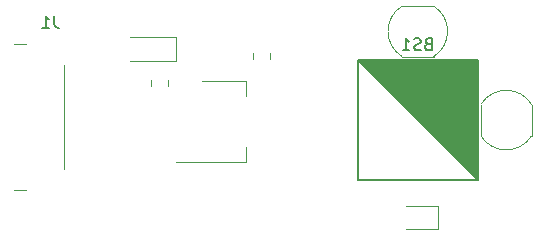
<source format=gbr>
G04 #@! TF.GenerationSoftware,KiCad,Pcbnew,5.0.2-bee76a0~70~ubuntu18.04.1*
G04 #@! TF.CreationDate,2020-06-29T01:54:23-07:00*
G04 #@! TF.ProjectId,qrng,71726e67-2e6b-4696-9361-645f70636258,1*
G04 #@! TF.SameCoordinates,Original*
G04 #@! TF.FileFunction,Legend,Bot*
G04 #@! TF.FilePolarity,Positive*
%FSLAX46Y46*%
G04 Gerber Fmt 4.6, Leading zero omitted, Abs format (unit mm)*
G04 Created by KiCad (PCBNEW 5.0.2-bee76a0~70~ubuntu18.04.1) date Mon 29 Jun 2020 01:54:23 AM MST*
%MOMM*%
%LPD*%
G01*
G04 APERTURE LIST*
%ADD10C,0.120000*%
%ADD11C,0.150000*%
G04 APERTURE END LIST*
D10*
G04 #@! TO.C,J1*
X123600000Y-106145000D02*
X122550000Y-106145000D01*
X123600000Y-93855000D02*
X122550000Y-93855000D01*
X126770000Y-95600000D02*
X126770000Y-104400000D01*
D11*
G04 #@! TO.C,BS1*
G36*
X161830000Y-95170000D02*
X151670000Y-95170000D01*
X161830000Y-105330000D01*
X161830000Y-95170000D01*
G37*
X161830000Y-95170000D02*
X151670000Y-95170000D01*
X161830000Y-105330000D01*
X161830000Y-95170000D01*
X151670000Y-95170000D02*
X161830000Y-105330000D01*
X151670000Y-95170000D02*
X151670000Y-105330000D01*
X161830000Y-95170000D02*
X151670000Y-95170000D01*
X161830000Y-105330000D02*
X161830000Y-95170000D01*
X151670000Y-105330000D02*
X161830000Y-105330000D01*
D10*
G04 #@! TO.C,D1*
X136310000Y-93240000D02*
X132410000Y-93240000D01*
X136310000Y-95240000D02*
X132410000Y-95240000D01*
X136310000Y-93240000D02*
X136310000Y-95240000D01*
G04 #@! TO.C,FB1*
X134190000Y-97388578D02*
X134190000Y-96871422D01*
X135610000Y-97388578D02*
X135610000Y-96871422D01*
G04 #@! TO.C,FB2*
X144220000Y-94588922D02*
X144220000Y-95106078D01*
X142800000Y-94588922D02*
X142800000Y-95106078D01*
G04 #@! TO.C,U1*
X136250000Y-103780000D02*
X142260000Y-103780000D01*
X138500000Y-96960000D02*
X142260000Y-96960000D01*
X142260000Y-103780000D02*
X142260000Y-102520000D01*
X142260000Y-96960000D02*
X142260000Y-98220000D01*
G04 #@! TO.C,R2*
X158128027Y-90617856D02*
G75*
G02X158100000Y-94900000I-1378027J-2132144D01*
G01*
X155424524Y-94884388D02*
G75*
G02X155450000Y-90600000I1325476J2134388D01*
G01*
X155450000Y-94900000D02*
X158100000Y-94900000D01*
X155450000Y-90600000D02*
X158100000Y-90600000D01*
G04 #@! TO.C,R3*
X166400000Y-98950000D02*
X166400000Y-101600000D01*
X162100000Y-98950000D02*
X162100000Y-101600000D01*
X162115612Y-98924524D02*
G75*
G02X166400000Y-98950000I2134388J-1325476D01*
G01*
X166382144Y-101628027D02*
G75*
G02X162100000Y-101600000I-2132144J1378027D01*
G01*
G04 #@! TO.C,D2*
X158435000Y-109460000D02*
X155750000Y-109460000D01*
X158435000Y-107540000D02*
X158435000Y-109460000D01*
X155750000Y-107540000D02*
X158435000Y-107540000D01*
G04 #@! TO.C,J1*
D11*
X125983333Y-91452380D02*
X125983333Y-92166666D01*
X126030952Y-92309523D01*
X126126190Y-92404761D01*
X126269047Y-92452380D01*
X126364285Y-92452380D01*
X124983333Y-92452380D02*
X125554761Y-92452380D01*
X125269047Y-92452380D02*
X125269047Y-91452380D01*
X125364285Y-91595238D01*
X125459523Y-91690476D01*
X125554761Y-91738095D01*
G04 #@! TO.C,BS1*
X157630952Y-93828571D02*
X157488095Y-93876190D01*
X157440476Y-93923809D01*
X157392857Y-94019047D01*
X157392857Y-94161904D01*
X157440476Y-94257142D01*
X157488095Y-94304761D01*
X157583333Y-94352380D01*
X157964285Y-94352380D01*
X157964285Y-93352380D01*
X157630952Y-93352380D01*
X157535714Y-93400000D01*
X157488095Y-93447619D01*
X157440476Y-93542857D01*
X157440476Y-93638095D01*
X157488095Y-93733333D01*
X157535714Y-93780952D01*
X157630952Y-93828571D01*
X157964285Y-93828571D01*
X157011904Y-94304761D02*
X156869047Y-94352380D01*
X156630952Y-94352380D01*
X156535714Y-94304761D01*
X156488095Y-94257142D01*
X156440476Y-94161904D01*
X156440476Y-94066666D01*
X156488095Y-93971428D01*
X156535714Y-93923809D01*
X156630952Y-93876190D01*
X156821428Y-93828571D01*
X156916666Y-93780952D01*
X156964285Y-93733333D01*
X157011904Y-93638095D01*
X157011904Y-93542857D01*
X156964285Y-93447619D01*
X156916666Y-93400000D01*
X156821428Y-93352380D01*
X156583333Y-93352380D01*
X156440476Y-93400000D01*
X155488095Y-94352380D02*
X156059523Y-94352380D01*
X155773809Y-94352380D02*
X155773809Y-93352380D01*
X155869047Y-93495238D01*
X155964285Y-93590476D01*
X156059523Y-93638095D01*
G04 #@! TD*
M02*

</source>
